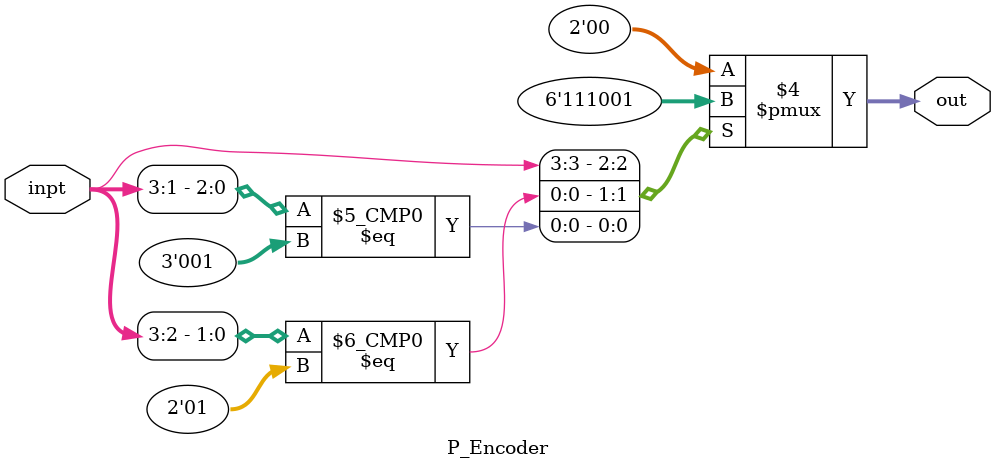
<source format=sv>
module P_Encoder(
  input  [3:0] inpt,      
  output reg [1:0] out    
);

always @(*) begin
  casez (inpt)  
    4'b1???: out = 2'b11;  
    4'b01??: out = 2'b10;
    4'b001?: out = 2'b01;
    4'b0001: out = 2'b00;
    default: out = 2'b00;  
  endcase
end

endmodule

</source>
